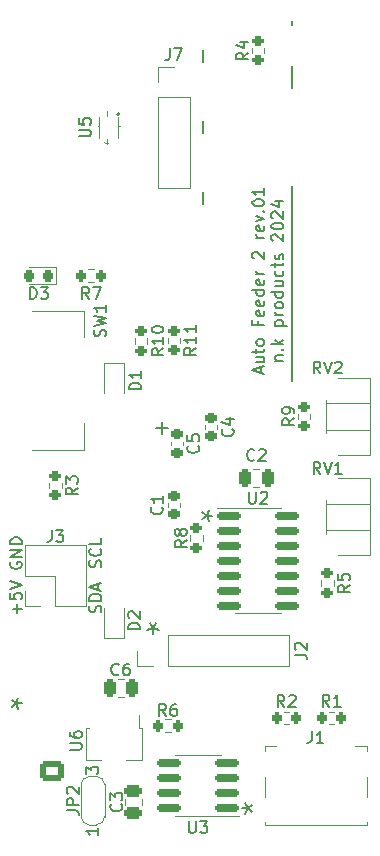
<source format=gto>
G04 #@! TF.GenerationSoftware,KiCad,Pcbnew,(6.0.10-0)*
G04 #@! TF.CreationDate,2024-06-01T19:56:01+09:00*
G04 #@! TF.ProjectId,AutoFeeder_Drum-type,4175746f-4665-4656-9465-725f4472756d,01*
G04 #@! TF.SameCoordinates,Original*
G04 #@! TF.FileFunction,Legend,Top*
G04 #@! TF.FilePolarity,Positive*
%FSLAX46Y46*%
G04 Gerber Fmt 4.6, Leading zero omitted, Abs format (unit mm)*
G04 Created by KiCad (PCBNEW (6.0.10-0)) date 2024-06-01 19:56:01*
%MOMM*%
%LPD*%
G01*
G04 APERTURE LIST*
G04 Aperture macros list*
%AMRoundRect*
0 Rectangle with rounded corners*
0 $1 Rounding radius*
0 $2 $3 $4 $5 $6 $7 $8 $9 X,Y pos of 4 corners*
0 Add a 4 corners polygon primitive as box body*
4,1,4,$2,$3,$4,$5,$6,$7,$8,$9,$2,$3,0*
0 Add four circle primitives for the rounded corners*
1,1,$1+$1,$2,$3*
1,1,$1+$1,$4,$5*
1,1,$1+$1,$6,$7*
1,1,$1+$1,$8,$9*
0 Add four rect primitives between the rounded corners*
20,1,$1+$1,$2,$3,$4,$5,0*
20,1,$1+$1,$4,$5,$6,$7,0*
20,1,$1+$1,$6,$7,$8,$9,0*
20,1,$1+$1,$8,$9,$2,$3,0*%
%AMFreePoly0*
4,1,22,0.550000,-0.750000,0.000000,-0.750000,0.000000,-0.745033,-0.079941,-0.743568,-0.215256,-0.701293,-0.333266,-0.622738,-0.424486,-0.514219,-0.481581,-0.384460,-0.499164,-0.250000,-0.500000,-0.250000,-0.500000,0.250000,-0.499164,0.250000,-0.499963,0.256109,-0.478152,0.396186,-0.417904,0.524511,-0.324060,0.630769,-0.204165,0.706417,-0.067858,0.745374,0.000000,0.744959,0.000000,0.750000,
0.550000,0.750000,0.550000,-0.750000,0.550000,-0.750000,$1*%
%AMFreePoly1*
4,1,20,0.000000,0.744959,0.073905,0.744508,0.209726,0.703889,0.328688,0.626782,0.421226,0.519385,0.479903,0.390333,0.500000,0.250000,0.500000,-0.250000,0.499851,-0.262216,0.476331,-0.402017,0.414519,-0.529596,0.319384,-0.634700,0.198574,-0.708877,0.061801,-0.746166,0.000000,-0.745033,0.000000,-0.750000,-0.550000,-0.750000,-0.550000,0.750000,0.000000,0.750000,0.000000,0.744959,
0.000000,0.744959,$1*%
%AMFreePoly2*
4,1,9,3.862500,-0.866500,0.737500,-0.866500,0.737500,-0.450000,-0.737500,-0.450000,-0.737500,0.450000,0.737500,0.450000,0.737500,0.866500,3.862500,0.866500,3.862500,-0.866500,3.862500,-0.866500,$1*%
G04 Aperture macros list end*
%ADD10C,0.200000*%
%ADD11C,0.150000*%
%ADD12C,0.120000*%
%ADD13C,0.100000*%
%ADD14FreePoly0,90.000000*%
%ADD15R,1.500000X1.000000*%
%ADD16FreePoly1,90.000000*%
%ADD17RoundRect,0.200000X-0.200000X-0.275000X0.200000X-0.275000X0.200000X0.275000X-0.200000X0.275000X0*%
%ADD18RoundRect,0.150000X0.825000X0.150000X-0.825000X0.150000X-0.825000X-0.150000X0.825000X-0.150000X0*%
%ADD19RoundRect,0.200000X-0.275000X0.200000X-0.275000X-0.200000X0.275000X-0.200000X0.275000X0.200000X0*%
%ADD20R,1.700000X1.700000*%
%ADD21O,1.700000X1.700000*%
%ADD22C,3.000000*%
%ADD23O,2.000000X5.000000*%
%ADD24RoundRect,0.225000X0.250000X-0.225000X0.250000X0.225000X-0.250000X0.225000X-0.250000X-0.225000X0*%
%ADD25RoundRect,0.225000X-0.250000X0.225000X-0.250000X-0.225000X0.250000X-0.225000X0.250000X0.225000X0*%
%ADD26RoundRect,0.150000X-0.825000X-0.150000X0.825000X-0.150000X0.825000X0.150000X-0.825000X0.150000X0*%
%ADD27RoundRect,0.250000X0.250000X0.475000X-0.250000X0.475000X-0.250000X-0.475000X0.250000X-0.475000X0*%
%ADD28C,2.700000*%
%ADD29RoundRect,0.200000X0.200000X0.275000X-0.200000X0.275000X-0.200000X-0.275000X0.200000X-0.275000X0*%
%ADD30R,0.900000X1.300000*%
%ADD31FreePoly2,270.000000*%
%ADD32C,1.620000*%
%ADD33RoundRect,0.218750X0.218750X0.256250X-0.218750X0.256250X-0.218750X-0.256250X0.218750X-0.256250X0*%
%ADD34R,0.700000X2.000000*%
%ADD35R,0.760000X2.000000*%
%ADD36R,0.800000X2.000000*%
%ADD37O,1.100000X1.700000*%
%ADD38C,1.100000*%
%ADD39R,1.800000X1.900000*%
%ADD40R,1.700000X1.800000*%
%ADD41R,0.500000X0.500000*%
%ADD42O,4.000000X5.000000*%
%ADD43R,0.400000X0.650000*%
%ADD44RoundRect,0.250000X-0.475000X0.250000X-0.475000X-0.250000X0.475000X-0.250000X0.475000X0.250000X0*%
%ADD45RoundRect,0.250000X-0.750000X0.600000X-0.750000X-0.600000X0.750000X-0.600000X0.750000X0.600000X0*%
%ADD46O,2.000000X1.700000*%
%ADD47C,1.700000*%
G04 APERTURE END LIST*
D10*
X114125238Y-128270000D02*
X113649047Y-128270000D01*
X113839523Y-128746190D02*
X113649047Y-128270000D01*
X113839523Y-127793809D01*
X113268095Y-128555714D02*
X113649047Y-128270000D01*
X113268095Y-127984285D01*
D11*
X125500000Y-105000000D02*
X126500000Y-105000000D01*
X126000000Y-104500000D02*
X126000000Y-105500000D01*
X129500000Y-80000000D02*
X129500000Y-79000000D01*
X137000000Y-74310000D02*
X137000000Y-76200000D01*
X137000000Y-70500000D02*
X137000000Y-70866000D01*
X137000000Y-84500000D02*
X137000000Y-101000000D01*
X129500000Y-74000000D02*
X129500000Y-73000000D01*
X129500000Y-86000000D02*
X129500000Y-85000000D01*
X120803761Y-120594285D02*
X120851380Y-120451428D01*
X120851380Y-120213333D01*
X120803761Y-120118095D01*
X120756142Y-120070476D01*
X120660904Y-120022857D01*
X120565666Y-120022857D01*
X120470428Y-120070476D01*
X120422809Y-120118095D01*
X120375190Y-120213333D01*
X120327571Y-120403809D01*
X120279952Y-120499047D01*
X120232333Y-120546666D01*
X120137095Y-120594285D01*
X120041857Y-120594285D01*
X119946619Y-120546666D01*
X119899000Y-120499047D01*
X119851380Y-120403809D01*
X119851380Y-120165714D01*
X119899000Y-120022857D01*
X120851380Y-119594285D02*
X119851380Y-119594285D01*
X119851380Y-119356190D01*
X119899000Y-119213333D01*
X119994238Y-119118095D01*
X120089476Y-119070476D01*
X120279952Y-119022857D01*
X120422809Y-119022857D01*
X120613285Y-119070476D01*
X120708523Y-119118095D01*
X120803761Y-119213333D01*
X120851380Y-119356190D01*
X120851380Y-119594285D01*
X120565666Y-118641904D02*
X120565666Y-118165714D01*
X120851380Y-118737142D02*
X119851380Y-118403809D01*
X120851380Y-118070476D01*
D10*
X125225000Y-122380238D02*
X125225000Y-121904047D01*
X124748809Y-122094523D02*
X125225000Y-121904047D01*
X125701190Y-122094523D01*
X124939285Y-121523095D02*
X125225000Y-121904047D01*
X125510714Y-121523095D01*
X132765761Y-137160000D02*
X133241952Y-137160000D01*
X133051476Y-136683809D02*
X133241952Y-137160000D01*
X133051476Y-137636190D01*
X133622904Y-136874285D02*
X133241952Y-137160000D01*
X133622904Y-137445714D01*
D11*
X120803761Y-116760476D02*
X120851380Y-116617619D01*
X120851380Y-116379523D01*
X120803761Y-116284285D01*
X120756142Y-116236666D01*
X120660904Y-116189047D01*
X120565666Y-116189047D01*
X120470428Y-116236666D01*
X120422809Y-116284285D01*
X120375190Y-116379523D01*
X120327571Y-116570000D01*
X120279952Y-116665238D01*
X120232333Y-116712857D01*
X120137095Y-116760476D01*
X120041857Y-116760476D01*
X119946619Y-116712857D01*
X119899000Y-116665238D01*
X119851380Y-116570000D01*
X119851380Y-116331904D01*
X119899000Y-116189047D01*
X120756142Y-115189047D02*
X120803761Y-115236666D01*
X120851380Y-115379523D01*
X120851380Y-115474761D01*
X120803761Y-115617619D01*
X120708523Y-115712857D01*
X120613285Y-115760476D01*
X120422809Y-115808095D01*
X120279952Y-115808095D01*
X120089476Y-115760476D01*
X119994238Y-115712857D01*
X119899000Y-115617619D01*
X119851380Y-115474761D01*
X119851380Y-115379523D01*
X119899000Y-115236666D01*
X119946619Y-115189047D01*
X120851380Y-114284285D02*
X120851380Y-114760476D01*
X119851380Y-114760476D01*
X113168000Y-116331904D02*
X113120380Y-116427142D01*
X113120380Y-116570000D01*
X113168000Y-116712857D01*
X113263238Y-116808095D01*
X113358476Y-116855714D01*
X113548952Y-116903333D01*
X113691809Y-116903333D01*
X113882285Y-116855714D01*
X113977523Y-116808095D01*
X114072761Y-116712857D01*
X114120380Y-116570000D01*
X114120380Y-116474761D01*
X114072761Y-116331904D01*
X114025142Y-116284285D01*
X113691809Y-116284285D01*
X113691809Y-116474761D01*
X114120380Y-115855714D02*
X113120380Y-115855714D01*
X114120380Y-115284285D01*
X113120380Y-115284285D01*
X114120380Y-114808095D02*
X113120380Y-114808095D01*
X113120380Y-114570000D01*
X113168000Y-114427142D01*
X113263238Y-114331904D01*
X113358476Y-114284285D01*
X113548952Y-114236666D01*
X113691809Y-114236666D01*
X113882285Y-114284285D01*
X113977523Y-114331904D01*
X114072761Y-114427142D01*
X114120380Y-114570000D01*
X114120380Y-114808095D01*
D10*
X130257238Y-112395000D02*
X129781047Y-112395000D01*
X129971523Y-112871190D02*
X129781047Y-112395000D01*
X129971523Y-111918809D01*
X129400095Y-112680714D02*
X129781047Y-112395000D01*
X129400095Y-112109285D01*
D11*
X113739428Y-120665714D02*
X113739428Y-119903809D01*
X114120380Y-120284761D02*
X113358476Y-120284761D01*
X113120380Y-118951428D02*
X113120380Y-119427619D01*
X113596571Y-119475238D01*
X113548952Y-119427619D01*
X113501333Y-119332380D01*
X113501333Y-119094285D01*
X113548952Y-118999047D01*
X113596571Y-118951428D01*
X113691809Y-118903809D01*
X113929904Y-118903809D01*
X114025142Y-118951428D01*
X114072761Y-118999047D01*
X114120380Y-119094285D01*
X114120380Y-119332380D01*
X114072761Y-119427619D01*
X114025142Y-119475238D01*
X113120380Y-118618095D02*
X114120380Y-118284761D01*
X113120380Y-117951428D01*
X134361666Y-100333333D02*
X134361666Y-99857142D01*
X134647380Y-100428571D02*
X133647380Y-100095238D01*
X134647380Y-99761904D01*
X133980714Y-99000000D02*
X134647380Y-99000000D01*
X133980714Y-99428571D02*
X134504523Y-99428571D01*
X134599761Y-99380952D01*
X134647380Y-99285714D01*
X134647380Y-99142857D01*
X134599761Y-99047619D01*
X134552142Y-99000000D01*
X133980714Y-98666666D02*
X133980714Y-98285714D01*
X133647380Y-98523809D02*
X134504523Y-98523809D01*
X134599761Y-98476190D01*
X134647380Y-98380952D01*
X134647380Y-98285714D01*
X134647380Y-97809523D02*
X134599761Y-97904761D01*
X134552142Y-97952380D01*
X134456904Y-98000000D01*
X134171190Y-98000000D01*
X134075952Y-97952380D01*
X134028333Y-97904761D01*
X133980714Y-97809523D01*
X133980714Y-97666666D01*
X134028333Y-97571428D01*
X134075952Y-97523809D01*
X134171190Y-97476190D01*
X134456904Y-97476190D01*
X134552142Y-97523809D01*
X134599761Y-97571428D01*
X134647380Y-97666666D01*
X134647380Y-97809523D01*
X134123571Y-95952380D02*
X134123571Y-96285714D01*
X134647380Y-96285714D02*
X133647380Y-96285714D01*
X133647380Y-95809523D01*
X134599761Y-95047619D02*
X134647380Y-95142857D01*
X134647380Y-95333333D01*
X134599761Y-95428571D01*
X134504523Y-95476190D01*
X134123571Y-95476190D01*
X134028333Y-95428571D01*
X133980714Y-95333333D01*
X133980714Y-95142857D01*
X134028333Y-95047619D01*
X134123571Y-95000000D01*
X134218809Y-95000000D01*
X134314047Y-95476190D01*
X134599761Y-94190476D02*
X134647380Y-94285714D01*
X134647380Y-94476190D01*
X134599761Y-94571428D01*
X134504523Y-94619047D01*
X134123571Y-94619047D01*
X134028333Y-94571428D01*
X133980714Y-94476190D01*
X133980714Y-94285714D01*
X134028333Y-94190476D01*
X134123571Y-94142857D01*
X134218809Y-94142857D01*
X134314047Y-94619047D01*
X134647380Y-93285714D02*
X133647380Y-93285714D01*
X134599761Y-93285714D02*
X134647380Y-93380952D01*
X134647380Y-93571428D01*
X134599761Y-93666666D01*
X134552142Y-93714285D01*
X134456904Y-93761904D01*
X134171190Y-93761904D01*
X134075952Y-93714285D01*
X134028333Y-93666666D01*
X133980714Y-93571428D01*
X133980714Y-93380952D01*
X134028333Y-93285714D01*
X134599761Y-92428571D02*
X134647380Y-92523809D01*
X134647380Y-92714285D01*
X134599761Y-92809523D01*
X134504523Y-92857142D01*
X134123571Y-92857142D01*
X134028333Y-92809523D01*
X133980714Y-92714285D01*
X133980714Y-92523809D01*
X134028333Y-92428571D01*
X134123571Y-92380952D01*
X134218809Y-92380952D01*
X134314047Y-92857142D01*
X134647380Y-91952380D02*
X133980714Y-91952380D01*
X134171190Y-91952380D02*
X134075952Y-91904761D01*
X134028333Y-91857142D01*
X133980714Y-91761904D01*
X133980714Y-91666666D01*
X133742619Y-90619047D02*
X133695000Y-90571428D01*
X133647380Y-90476190D01*
X133647380Y-90238095D01*
X133695000Y-90142857D01*
X133742619Y-90095238D01*
X133837857Y-90047619D01*
X133933095Y-90047619D01*
X134075952Y-90095238D01*
X134647380Y-90666666D01*
X134647380Y-90047619D01*
X134647380Y-88857142D02*
X133980714Y-88857142D01*
X134171190Y-88857142D02*
X134075952Y-88809523D01*
X134028333Y-88761904D01*
X133980714Y-88666666D01*
X133980714Y-88571428D01*
X134599761Y-87857142D02*
X134647380Y-87952380D01*
X134647380Y-88142857D01*
X134599761Y-88238095D01*
X134504523Y-88285714D01*
X134123571Y-88285714D01*
X134028333Y-88238095D01*
X133980714Y-88142857D01*
X133980714Y-87952380D01*
X134028333Y-87857142D01*
X134123571Y-87809523D01*
X134218809Y-87809523D01*
X134314047Y-88285714D01*
X133980714Y-87476190D02*
X134647380Y-87238095D01*
X133980714Y-87000000D01*
X134552142Y-86619047D02*
X134599761Y-86571428D01*
X134647380Y-86619047D01*
X134599761Y-86666666D01*
X134552142Y-86619047D01*
X134647380Y-86619047D01*
X133647380Y-85952380D02*
X133647380Y-85857142D01*
X133695000Y-85761904D01*
X133742619Y-85714285D01*
X133837857Y-85666666D01*
X134028333Y-85619047D01*
X134266428Y-85619047D01*
X134456904Y-85666666D01*
X134552142Y-85714285D01*
X134599761Y-85761904D01*
X134647380Y-85857142D01*
X134647380Y-85952380D01*
X134599761Y-86047619D01*
X134552142Y-86095238D01*
X134456904Y-86142857D01*
X134266428Y-86190476D01*
X134028333Y-86190476D01*
X133837857Y-86142857D01*
X133742619Y-86095238D01*
X133695000Y-86047619D01*
X133647380Y-85952380D01*
X134647380Y-84666666D02*
X134647380Y-85238095D01*
X134647380Y-84952380D02*
X133647380Y-84952380D01*
X133790238Y-85047619D01*
X133885476Y-85142857D01*
X133933095Y-85238095D01*
X135590714Y-99261904D02*
X136257380Y-99261904D01*
X135685952Y-99261904D02*
X135638333Y-99214285D01*
X135590714Y-99119047D01*
X135590714Y-98976190D01*
X135638333Y-98880952D01*
X135733571Y-98833333D01*
X136257380Y-98833333D01*
X136162142Y-98357142D02*
X136209761Y-98309523D01*
X136257380Y-98357142D01*
X136209761Y-98404761D01*
X136162142Y-98357142D01*
X136257380Y-98357142D01*
X136257380Y-97880952D02*
X135257380Y-97880952D01*
X135876428Y-97785714D02*
X136257380Y-97500000D01*
X135590714Y-97500000D02*
X135971666Y-97880952D01*
X135590714Y-96309523D02*
X136590714Y-96309523D01*
X135638333Y-96309523D02*
X135590714Y-96214285D01*
X135590714Y-96023809D01*
X135638333Y-95928571D01*
X135685952Y-95880952D01*
X135781190Y-95833333D01*
X136066904Y-95833333D01*
X136162142Y-95880952D01*
X136209761Y-95928571D01*
X136257380Y-96023809D01*
X136257380Y-96214285D01*
X136209761Y-96309523D01*
X136257380Y-95404761D02*
X135590714Y-95404761D01*
X135781190Y-95404761D02*
X135685952Y-95357142D01*
X135638333Y-95309523D01*
X135590714Y-95214285D01*
X135590714Y-95119047D01*
X136257380Y-94642857D02*
X136209761Y-94738095D01*
X136162142Y-94785714D01*
X136066904Y-94833333D01*
X135781190Y-94833333D01*
X135685952Y-94785714D01*
X135638333Y-94738095D01*
X135590714Y-94642857D01*
X135590714Y-94500000D01*
X135638333Y-94404761D01*
X135685952Y-94357142D01*
X135781190Y-94309523D01*
X136066904Y-94309523D01*
X136162142Y-94357142D01*
X136209761Y-94404761D01*
X136257380Y-94500000D01*
X136257380Y-94642857D01*
X136257380Y-93452380D02*
X135257380Y-93452380D01*
X136209761Y-93452380D02*
X136257380Y-93547619D01*
X136257380Y-93738095D01*
X136209761Y-93833333D01*
X136162142Y-93880952D01*
X136066904Y-93928571D01*
X135781190Y-93928571D01*
X135685952Y-93880952D01*
X135638333Y-93833333D01*
X135590714Y-93738095D01*
X135590714Y-93547619D01*
X135638333Y-93452380D01*
X135590714Y-92547619D02*
X136257380Y-92547619D01*
X135590714Y-92976190D02*
X136114523Y-92976190D01*
X136209761Y-92928571D01*
X136257380Y-92833333D01*
X136257380Y-92690476D01*
X136209761Y-92595238D01*
X136162142Y-92547619D01*
X136209761Y-91642857D02*
X136257380Y-91738095D01*
X136257380Y-91928571D01*
X136209761Y-92023809D01*
X136162142Y-92071428D01*
X136066904Y-92119047D01*
X135781190Y-92119047D01*
X135685952Y-92071428D01*
X135638333Y-92023809D01*
X135590714Y-91928571D01*
X135590714Y-91738095D01*
X135638333Y-91642857D01*
X135590714Y-91357142D02*
X135590714Y-90976190D01*
X135257380Y-91214285D02*
X136114523Y-91214285D01*
X136209761Y-91166666D01*
X136257380Y-91071428D01*
X136257380Y-90976190D01*
X136209761Y-90690476D02*
X136257380Y-90595238D01*
X136257380Y-90404761D01*
X136209761Y-90309523D01*
X136114523Y-90261904D01*
X136066904Y-90261904D01*
X135971666Y-90309523D01*
X135924047Y-90404761D01*
X135924047Y-90547619D01*
X135876428Y-90642857D01*
X135781190Y-90690476D01*
X135733571Y-90690476D01*
X135638333Y-90642857D01*
X135590714Y-90547619D01*
X135590714Y-90404761D01*
X135638333Y-90309523D01*
X135352619Y-89119047D02*
X135305000Y-89071428D01*
X135257380Y-88976190D01*
X135257380Y-88738095D01*
X135305000Y-88642857D01*
X135352619Y-88595238D01*
X135447857Y-88547619D01*
X135543095Y-88547619D01*
X135685952Y-88595238D01*
X136257380Y-89166666D01*
X136257380Y-88547619D01*
X135257380Y-87928571D02*
X135257380Y-87833333D01*
X135305000Y-87738095D01*
X135352619Y-87690476D01*
X135447857Y-87642857D01*
X135638333Y-87595238D01*
X135876428Y-87595238D01*
X136066904Y-87642857D01*
X136162142Y-87690476D01*
X136209761Y-87738095D01*
X136257380Y-87833333D01*
X136257380Y-87928571D01*
X136209761Y-88023809D01*
X136162142Y-88071428D01*
X136066904Y-88119047D01*
X135876428Y-88166666D01*
X135638333Y-88166666D01*
X135447857Y-88119047D01*
X135352619Y-88071428D01*
X135305000Y-88023809D01*
X135257380Y-87928571D01*
X135352619Y-87214285D02*
X135305000Y-87166666D01*
X135257380Y-87071428D01*
X135257380Y-86833333D01*
X135305000Y-86738095D01*
X135352619Y-86690476D01*
X135447857Y-86642857D01*
X135543095Y-86642857D01*
X135685952Y-86690476D01*
X136257380Y-87261904D01*
X136257380Y-86642857D01*
X135590714Y-85785714D02*
X136257380Y-85785714D01*
X135209761Y-86023809D02*
X135924047Y-86261904D01*
X135924047Y-85642857D01*
X117943380Y-137358333D02*
X118657666Y-137358333D01*
X118800523Y-137405952D01*
X118895761Y-137501190D01*
X118943380Y-137644047D01*
X118943380Y-137739285D01*
X118943380Y-136882142D02*
X117943380Y-136882142D01*
X117943380Y-136501190D01*
X117991000Y-136405952D01*
X118038619Y-136358333D01*
X118133857Y-136310714D01*
X118276714Y-136310714D01*
X118371952Y-136358333D01*
X118419571Y-136405952D01*
X118467190Y-136501190D01*
X118467190Y-136882142D01*
X118038619Y-135929761D02*
X117991000Y-135882142D01*
X117943380Y-135786904D01*
X117943380Y-135548809D01*
X117991000Y-135453571D01*
X118038619Y-135405952D01*
X118133857Y-135358333D01*
X118229095Y-135358333D01*
X118371952Y-135405952D01*
X118943380Y-135977380D01*
X118943380Y-135358333D01*
X119594380Y-134258333D02*
X119594380Y-133639285D01*
X119975333Y-133972619D01*
X119975333Y-133829761D01*
X120022952Y-133734523D01*
X120070571Y-133686904D01*
X120165809Y-133639285D01*
X120403904Y-133639285D01*
X120499142Y-133686904D01*
X120546761Y-133734523D01*
X120594380Y-133829761D01*
X120594380Y-134115476D01*
X120546761Y-134210714D01*
X120499142Y-134258333D01*
X120594380Y-138839285D02*
X120594380Y-139410714D01*
X120594380Y-139125000D02*
X119594380Y-139125000D01*
X119737238Y-139220238D01*
X119832476Y-139315476D01*
X119880095Y-139410714D01*
X119825833Y-94051380D02*
X119492500Y-93575190D01*
X119254404Y-94051380D02*
X119254404Y-93051380D01*
X119635357Y-93051380D01*
X119730595Y-93099000D01*
X119778214Y-93146619D01*
X119825833Y-93241857D01*
X119825833Y-93384714D01*
X119778214Y-93479952D01*
X119730595Y-93527571D01*
X119635357Y-93575190D01*
X119254404Y-93575190D01*
X120159166Y-93051380D02*
X120825833Y-93051380D01*
X120397261Y-94051380D01*
X128273095Y-138263380D02*
X128273095Y-139072904D01*
X128320714Y-139168142D01*
X128368333Y-139215761D01*
X128463571Y-139263380D01*
X128654047Y-139263380D01*
X128749285Y-139215761D01*
X128796904Y-139168142D01*
X128844523Y-139072904D01*
X128844523Y-138263380D01*
X129225476Y-138263380D02*
X129844523Y-138263380D01*
X129511190Y-138644333D01*
X129654047Y-138644333D01*
X129749285Y-138691952D01*
X129796904Y-138739571D01*
X129844523Y-138834809D01*
X129844523Y-139072904D01*
X129796904Y-139168142D01*
X129749285Y-139215761D01*
X129654047Y-139263380D01*
X129368333Y-139263380D01*
X129273095Y-139215761D01*
X129225476Y-139168142D01*
X118852380Y-110021666D02*
X118376190Y-110355000D01*
X118852380Y-110593095D02*
X117852380Y-110593095D01*
X117852380Y-110212142D01*
X117900000Y-110116904D01*
X117947619Y-110069285D01*
X118042857Y-110021666D01*
X118185714Y-110021666D01*
X118280952Y-110069285D01*
X118328571Y-110116904D01*
X118376190Y-110212142D01*
X118376190Y-110593095D01*
X117852380Y-109688333D02*
X117852380Y-109069285D01*
X118233333Y-109402619D01*
X118233333Y-109259761D01*
X118280952Y-109164523D01*
X118328571Y-109116904D01*
X118423809Y-109069285D01*
X118661904Y-109069285D01*
X118757142Y-109116904D01*
X118804761Y-109164523D01*
X118852380Y-109259761D01*
X118852380Y-109545476D01*
X118804761Y-109640714D01*
X118757142Y-109688333D01*
X141882380Y-118266666D02*
X141406190Y-118600000D01*
X141882380Y-118838095D02*
X140882380Y-118838095D01*
X140882380Y-118457142D01*
X140930000Y-118361904D01*
X140977619Y-118314285D01*
X141072857Y-118266666D01*
X141215714Y-118266666D01*
X141310952Y-118314285D01*
X141358571Y-118361904D01*
X141406190Y-118457142D01*
X141406190Y-118838095D01*
X140882380Y-117361904D02*
X140882380Y-117838095D01*
X141358571Y-117885714D01*
X141310952Y-117838095D01*
X141263333Y-117742857D01*
X141263333Y-117504761D01*
X141310952Y-117409523D01*
X141358571Y-117361904D01*
X141453809Y-117314285D01*
X141691904Y-117314285D01*
X141787142Y-117361904D01*
X141834761Y-117409523D01*
X141882380Y-117504761D01*
X141882380Y-117742857D01*
X141834761Y-117838095D01*
X141787142Y-117885714D01*
X116641666Y-113625380D02*
X116641666Y-114339666D01*
X116594047Y-114482523D01*
X116498809Y-114577761D01*
X116355952Y-114625380D01*
X116260714Y-114625380D01*
X117022619Y-113625380D02*
X117641666Y-113625380D01*
X117308333Y-114006333D01*
X117451190Y-114006333D01*
X117546428Y-114053952D01*
X117594047Y-114101571D01*
X117641666Y-114196809D01*
X117641666Y-114434904D01*
X117594047Y-114530142D01*
X117546428Y-114577761D01*
X117451190Y-114625380D01*
X117165476Y-114625380D01*
X117070238Y-114577761D01*
X117022619Y-114530142D01*
X125960142Y-111672666D02*
X126007761Y-111720285D01*
X126055380Y-111863142D01*
X126055380Y-111958380D01*
X126007761Y-112101238D01*
X125912523Y-112196476D01*
X125817285Y-112244095D01*
X125626809Y-112291714D01*
X125483952Y-112291714D01*
X125293476Y-112244095D01*
X125198238Y-112196476D01*
X125103000Y-112101238D01*
X125055380Y-111958380D01*
X125055380Y-111863142D01*
X125103000Y-111720285D01*
X125150619Y-111672666D01*
X126055380Y-110720285D02*
X126055380Y-111291714D01*
X126055380Y-111006000D02*
X125055380Y-111006000D01*
X125198238Y-111101238D01*
X125293476Y-111196476D01*
X125341095Y-111291714D01*
X129041142Y-106465666D02*
X129088761Y-106513285D01*
X129136380Y-106656142D01*
X129136380Y-106751380D01*
X129088761Y-106894238D01*
X128993523Y-106989476D01*
X128898285Y-107037095D01*
X128707809Y-107084714D01*
X128564952Y-107084714D01*
X128374476Y-107037095D01*
X128279238Y-106989476D01*
X128184000Y-106894238D01*
X128136380Y-106751380D01*
X128136380Y-106656142D01*
X128184000Y-106513285D01*
X128231619Y-106465666D01*
X128136380Y-105560904D02*
X128136380Y-106037095D01*
X128612571Y-106084714D01*
X128564952Y-106037095D01*
X128517333Y-105941857D01*
X128517333Y-105703761D01*
X128564952Y-105608523D01*
X128612571Y-105560904D01*
X128707809Y-105513285D01*
X128945904Y-105513285D01*
X129041142Y-105560904D01*
X129088761Y-105608523D01*
X129136380Y-105703761D01*
X129136380Y-105941857D01*
X129088761Y-106037095D01*
X129041142Y-106084714D01*
X137247380Y-124158333D02*
X137961666Y-124158333D01*
X138104523Y-124205952D01*
X138199761Y-124301190D01*
X138247380Y-124444047D01*
X138247380Y-124539285D01*
X137342619Y-123729761D02*
X137295000Y-123682142D01*
X137247380Y-123586904D01*
X137247380Y-123348809D01*
X137295000Y-123253571D01*
X137342619Y-123205952D01*
X137437857Y-123158333D01*
X137533095Y-123158333D01*
X137675952Y-123205952D01*
X138247380Y-123777380D01*
X138247380Y-123158333D01*
X133353095Y-110377380D02*
X133353095Y-111186904D01*
X133400714Y-111282142D01*
X133448333Y-111329761D01*
X133543571Y-111377380D01*
X133734047Y-111377380D01*
X133829285Y-111329761D01*
X133876904Y-111282142D01*
X133924523Y-111186904D01*
X133924523Y-110377380D01*
X134353095Y-110472619D02*
X134400714Y-110425000D01*
X134495952Y-110377380D01*
X134734047Y-110377380D01*
X134829285Y-110425000D01*
X134876904Y-110472619D01*
X134924523Y-110567857D01*
X134924523Y-110663095D01*
X134876904Y-110805952D01*
X134305476Y-111377380D01*
X134924523Y-111377380D01*
X133818333Y-107672142D02*
X133770714Y-107719761D01*
X133627857Y-107767380D01*
X133532619Y-107767380D01*
X133389761Y-107719761D01*
X133294523Y-107624523D01*
X133246904Y-107529285D01*
X133199285Y-107338809D01*
X133199285Y-107195952D01*
X133246904Y-107005476D01*
X133294523Y-106910238D01*
X133389761Y-106815000D01*
X133532619Y-106767380D01*
X133627857Y-106767380D01*
X133770714Y-106815000D01*
X133818333Y-106862619D01*
X134199285Y-106862619D02*
X134246904Y-106815000D01*
X134342142Y-106767380D01*
X134580238Y-106767380D01*
X134675476Y-106815000D01*
X134723095Y-106862619D01*
X134770714Y-106957857D01*
X134770714Y-107053095D01*
X134723095Y-107195952D01*
X134151666Y-107767380D01*
X134770714Y-107767380D01*
X128882380Y-98195599D02*
X128406190Y-98528932D01*
X128882380Y-98767027D02*
X127882380Y-98767027D01*
X127882380Y-98386075D01*
X127930000Y-98290837D01*
X127977619Y-98243218D01*
X128072857Y-98195599D01*
X128215714Y-98195599D01*
X128310952Y-98243218D01*
X128358571Y-98290837D01*
X128406190Y-98386075D01*
X128406190Y-98767027D01*
X128882380Y-97243218D02*
X128882380Y-97814646D01*
X128882380Y-97528932D02*
X127882380Y-97528932D01*
X128025238Y-97624170D01*
X128120476Y-97719408D01*
X128168095Y-97814646D01*
X128882380Y-96290837D02*
X128882380Y-96862265D01*
X128882380Y-96576551D02*
X127882380Y-96576551D01*
X128025238Y-96671789D01*
X128120476Y-96767027D01*
X128168095Y-96862265D01*
X133297380Y-73191666D02*
X132821190Y-73525000D01*
X133297380Y-73763095D02*
X132297380Y-73763095D01*
X132297380Y-73382142D01*
X132345000Y-73286904D01*
X132392619Y-73239285D01*
X132487857Y-73191666D01*
X132630714Y-73191666D01*
X132725952Y-73239285D01*
X132773571Y-73286904D01*
X132821190Y-73382142D01*
X132821190Y-73763095D01*
X132630714Y-72334523D02*
X133297380Y-72334523D01*
X132249761Y-72572619D02*
X132964047Y-72810714D01*
X132964047Y-72191666D01*
X136358333Y-128595380D02*
X136025000Y-128119190D01*
X135786904Y-128595380D02*
X135786904Y-127595380D01*
X136167857Y-127595380D01*
X136263095Y-127643000D01*
X136310714Y-127690619D01*
X136358333Y-127785857D01*
X136358333Y-127928714D01*
X136310714Y-128023952D01*
X136263095Y-128071571D01*
X136167857Y-128119190D01*
X135786904Y-128119190D01*
X136739285Y-127690619D02*
X136786904Y-127643000D01*
X136882142Y-127595380D01*
X137120238Y-127595380D01*
X137215476Y-127643000D01*
X137263095Y-127690619D01*
X137310714Y-127785857D01*
X137310714Y-127881095D01*
X137263095Y-128023952D01*
X136691666Y-128595380D01*
X137310714Y-128595380D01*
X126325333Y-129357380D02*
X125992000Y-128881190D01*
X125753904Y-129357380D02*
X125753904Y-128357380D01*
X126134857Y-128357380D01*
X126230095Y-128405000D01*
X126277714Y-128452619D01*
X126325333Y-128547857D01*
X126325333Y-128690714D01*
X126277714Y-128785952D01*
X126230095Y-128833571D01*
X126134857Y-128881190D01*
X125753904Y-128881190D01*
X127182476Y-128357380D02*
X126992000Y-128357380D01*
X126896761Y-128405000D01*
X126849142Y-128452619D01*
X126753904Y-128595476D01*
X126706285Y-128785952D01*
X126706285Y-129166904D01*
X126753904Y-129262142D01*
X126801523Y-129309761D01*
X126896761Y-129357380D01*
X127087238Y-129357380D01*
X127182476Y-129309761D01*
X127230095Y-129262142D01*
X127277714Y-129166904D01*
X127277714Y-128928809D01*
X127230095Y-128833571D01*
X127182476Y-128785952D01*
X127087238Y-128738333D01*
X126896761Y-128738333D01*
X126801523Y-128785952D01*
X126753904Y-128833571D01*
X126706285Y-128928809D01*
X118197380Y-132206904D02*
X119006904Y-132206904D01*
X119102142Y-132159285D01*
X119149761Y-132111666D01*
X119197380Y-132016428D01*
X119197380Y-131825952D01*
X119149761Y-131730714D01*
X119102142Y-131683095D01*
X119006904Y-131635476D01*
X118197380Y-131635476D01*
X118197380Y-130730714D02*
X118197380Y-130921190D01*
X118245000Y-131016428D01*
X118292619Y-131064047D01*
X118435476Y-131159285D01*
X118625952Y-131206904D01*
X119006904Y-131206904D01*
X119102142Y-131159285D01*
X119149761Y-131111666D01*
X119197380Y-131016428D01*
X119197380Y-130825952D01*
X119149761Y-130730714D01*
X119102142Y-130683095D01*
X119006904Y-130635476D01*
X118768809Y-130635476D01*
X118673571Y-130683095D01*
X118625952Y-130730714D01*
X118578333Y-130825952D01*
X118578333Y-131016428D01*
X118625952Y-131111666D01*
X118673571Y-131159285D01*
X118768809Y-131206904D01*
X139404761Y-100352380D02*
X139071428Y-99876190D01*
X138833333Y-100352380D02*
X138833333Y-99352380D01*
X139214285Y-99352380D01*
X139309523Y-99400000D01*
X139357142Y-99447619D01*
X139404761Y-99542857D01*
X139404761Y-99685714D01*
X139357142Y-99780952D01*
X139309523Y-99828571D01*
X139214285Y-99876190D01*
X138833333Y-99876190D01*
X139690476Y-99352380D02*
X140023809Y-100352380D01*
X140357142Y-99352380D01*
X140642857Y-99447619D02*
X140690476Y-99400000D01*
X140785714Y-99352380D01*
X141023809Y-99352380D01*
X141119047Y-99400000D01*
X141166666Y-99447619D01*
X141214285Y-99542857D01*
X141214285Y-99638095D01*
X141166666Y-99780952D01*
X140595238Y-100352380D01*
X141214285Y-100352380D01*
X114809404Y-94051380D02*
X114809404Y-93051380D01*
X115047500Y-93051380D01*
X115190357Y-93099000D01*
X115285595Y-93194238D01*
X115333214Y-93289476D01*
X115380833Y-93479952D01*
X115380833Y-93622809D01*
X115333214Y-93813285D01*
X115285595Y-93908523D01*
X115190357Y-94003761D01*
X115047500Y-94051380D01*
X114809404Y-94051380D01*
X115714166Y-93051380D02*
X116333214Y-93051380D01*
X115999880Y-93432333D01*
X116142738Y-93432333D01*
X116237976Y-93479952D01*
X116285595Y-93527571D01*
X116333214Y-93622809D01*
X116333214Y-93860904D01*
X116285595Y-93956142D01*
X116237976Y-94003761D01*
X116142738Y-94051380D01*
X115857023Y-94051380D01*
X115761785Y-94003761D01*
X115714166Y-93956142D01*
X138666666Y-130643380D02*
X138666666Y-131357666D01*
X138619047Y-131500523D01*
X138523809Y-131595761D01*
X138380952Y-131643380D01*
X138285714Y-131643380D01*
X139666666Y-131643380D02*
X139095238Y-131643380D01*
X139380952Y-131643380D02*
X139380952Y-130643380D01*
X139285714Y-130786238D01*
X139190476Y-130881476D01*
X139095238Y-130929095D01*
X140168333Y-128562380D02*
X139835000Y-128086190D01*
X139596904Y-128562380D02*
X139596904Y-127562380D01*
X139977857Y-127562380D01*
X140073095Y-127610000D01*
X140120714Y-127657619D01*
X140168333Y-127752857D01*
X140168333Y-127895714D01*
X140120714Y-127990952D01*
X140073095Y-128038571D01*
X139977857Y-128086190D01*
X139596904Y-128086190D01*
X141120714Y-128562380D02*
X140549285Y-128562380D01*
X140835000Y-128562380D02*
X140835000Y-127562380D01*
X140739761Y-127705238D01*
X140644523Y-127800476D01*
X140549285Y-127848095D01*
X139404761Y-108852380D02*
X139071428Y-108376190D01*
X138833333Y-108852380D02*
X138833333Y-107852380D01*
X139214285Y-107852380D01*
X139309523Y-107900000D01*
X139357142Y-107947619D01*
X139404761Y-108042857D01*
X139404761Y-108185714D01*
X139357142Y-108280952D01*
X139309523Y-108328571D01*
X139214285Y-108376190D01*
X138833333Y-108376190D01*
X139690476Y-107852380D02*
X140023809Y-108852380D01*
X140357142Y-107852380D01*
X141214285Y-108852380D02*
X140642857Y-108852380D01*
X140928571Y-108852380D02*
X140928571Y-107852380D01*
X140833333Y-107995238D01*
X140738095Y-108090476D01*
X140642857Y-108138095D01*
X121184761Y-97218333D02*
X121232380Y-97075476D01*
X121232380Y-96837380D01*
X121184761Y-96742142D01*
X121137142Y-96694523D01*
X121041904Y-96646904D01*
X120946666Y-96646904D01*
X120851428Y-96694523D01*
X120803809Y-96742142D01*
X120756190Y-96837380D01*
X120708571Y-97027857D01*
X120660952Y-97123095D01*
X120613333Y-97170714D01*
X120518095Y-97218333D01*
X120422857Y-97218333D01*
X120327619Y-97170714D01*
X120280000Y-97123095D01*
X120232380Y-97027857D01*
X120232380Y-96789761D01*
X120280000Y-96646904D01*
X120232380Y-96313571D02*
X121232380Y-96075476D01*
X120518095Y-95885000D01*
X121232380Y-95694523D01*
X120232380Y-95456428D01*
X121232380Y-94551666D02*
X121232380Y-95123095D01*
X121232380Y-94837380D02*
X120232380Y-94837380D01*
X120375238Y-94932619D01*
X120470476Y-95027857D01*
X120518095Y-95123095D01*
X137182380Y-104166666D02*
X136706190Y-104500000D01*
X137182380Y-104738095D02*
X136182380Y-104738095D01*
X136182380Y-104357142D01*
X136230000Y-104261904D01*
X136277619Y-104214285D01*
X136372857Y-104166666D01*
X136515714Y-104166666D01*
X136610952Y-104214285D01*
X136658571Y-104261904D01*
X136706190Y-104357142D01*
X136706190Y-104738095D01*
X137182380Y-103690476D02*
X137182380Y-103500000D01*
X137134761Y-103404761D01*
X137087142Y-103357142D01*
X136944285Y-103261904D01*
X136753809Y-103214285D01*
X136372857Y-103214285D01*
X136277619Y-103261904D01*
X136230000Y-103309523D01*
X136182380Y-103404761D01*
X136182380Y-103595238D01*
X136230000Y-103690476D01*
X136277619Y-103738095D01*
X136372857Y-103785714D01*
X136610952Y-103785714D01*
X136706190Y-103738095D01*
X136753809Y-103690476D01*
X136801428Y-103595238D01*
X136801428Y-103404761D01*
X136753809Y-103309523D01*
X136706190Y-103261904D01*
X136610952Y-103214285D01*
X128087380Y-114466666D02*
X127611190Y-114800000D01*
X128087380Y-115038095D02*
X127087380Y-115038095D01*
X127087380Y-114657142D01*
X127135000Y-114561904D01*
X127182619Y-114514285D01*
X127277857Y-114466666D01*
X127420714Y-114466666D01*
X127515952Y-114514285D01*
X127563571Y-114561904D01*
X127611190Y-114657142D01*
X127611190Y-115038095D01*
X127515952Y-113895238D02*
X127468333Y-113990476D01*
X127420714Y-114038095D01*
X127325476Y-114085714D01*
X127277857Y-114085714D01*
X127182619Y-114038095D01*
X127135000Y-113990476D01*
X127087380Y-113895238D01*
X127087380Y-113704761D01*
X127135000Y-113609523D01*
X127182619Y-113561904D01*
X127277857Y-113514285D01*
X127325476Y-113514285D01*
X127420714Y-113561904D01*
X127468333Y-113609523D01*
X127515952Y-113704761D01*
X127515952Y-113895238D01*
X127563571Y-113990476D01*
X127611190Y-114038095D01*
X127706428Y-114085714D01*
X127896904Y-114085714D01*
X127992142Y-114038095D01*
X128039761Y-113990476D01*
X128087380Y-113895238D01*
X128087380Y-113704761D01*
X128039761Y-113609523D01*
X127992142Y-113561904D01*
X127896904Y-113514285D01*
X127706428Y-113514285D01*
X127611190Y-113561904D01*
X127563571Y-113609523D01*
X127515952Y-113704761D01*
X124132380Y-122023095D02*
X123132380Y-122023095D01*
X123132380Y-121785000D01*
X123180000Y-121642142D01*
X123275238Y-121546904D01*
X123370476Y-121499285D01*
X123560952Y-121451666D01*
X123703809Y-121451666D01*
X123894285Y-121499285D01*
X123989523Y-121546904D01*
X124084761Y-121642142D01*
X124132380Y-121785000D01*
X124132380Y-122023095D01*
X123227619Y-121070714D02*
X123180000Y-121023095D01*
X123132380Y-120927857D01*
X123132380Y-120689761D01*
X123180000Y-120594523D01*
X123227619Y-120546904D01*
X123322857Y-120499285D01*
X123418095Y-120499285D01*
X123560952Y-120546904D01*
X124132380Y-121118333D01*
X124132380Y-120499285D01*
X131962142Y-105068666D02*
X132009761Y-105116285D01*
X132057380Y-105259142D01*
X132057380Y-105354380D01*
X132009761Y-105497238D01*
X131914523Y-105592476D01*
X131819285Y-105640095D01*
X131628809Y-105687714D01*
X131485952Y-105687714D01*
X131295476Y-105640095D01*
X131200238Y-105592476D01*
X131105000Y-105497238D01*
X131057380Y-105354380D01*
X131057380Y-105259142D01*
X131105000Y-105116285D01*
X131152619Y-105068666D01*
X131390714Y-104211523D02*
X132057380Y-104211523D01*
X131009761Y-104449619D02*
X131724047Y-104687714D01*
X131724047Y-104068666D01*
X126119880Y-98242857D02*
X125643690Y-98576190D01*
X126119880Y-98814285D02*
X125119880Y-98814285D01*
X125119880Y-98433333D01*
X125167500Y-98338095D01*
X125215119Y-98290476D01*
X125310357Y-98242857D01*
X125453214Y-98242857D01*
X125548452Y-98290476D01*
X125596071Y-98338095D01*
X125643690Y-98433333D01*
X125643690Y-98814285D01*
X126119880Y-97290476D02*
X126119880Y-97861904D01*
X126119880Y-97576190D02*
X125119880Y-97576190D01*
X125262738Y-97671428D01*
X125357976Y-97766666D01*
X125405595Y-97861904D01*
X125119880Y-96671428D02*
X125119880Y-96576190D01*
X125167500Y-96480952D01*
X125215119Y-96433333D01*
X125310357Y-96385714D01*
X125500833Y-96338095D01*
X125738928Y-96338095D01*
X125929404Y-96385714D01*
X126024642Y-96433333D01*
X126072261Y-96480952D01*
X126119880Y-96576190D01*
X126119880Y-96671428D01*
X126072261Y-96766666D01*
X126024642Y-96814285D01*
X125929404Y-96861904D01*
X125738928Y-96909523D01*
X125500833Y-96909523D01*
X125310357Y-96861904D01*
X125215119Y-96814285D01*
X125167500Y-96766666D01*
X125119880Y-96671428D01*
X126666666Y-72839780D02*
X126666666Y-73554066D01*
X126619047Y-73696923D01*
X126523809Y-73792161D01*
X126380952Y-73839780D01*
X126285714Y-73839780D01*
X127047619Y-72839780D02*
X127714285Y-72839780D01*
X127285714Y-73839780D01*
X122333333Y-125833142D02*
X122285714Y-125880761D01*
X122142857Y-125928380D01*
X122047619Y-125928380D01*
X121904761Y-125880761D01*
X121809523Y-125785523D01*
X121761904Y-125690285D01*
X121714285Y-125499809D01*
X121714285Y-125356952D01*
X121761904Y-125166476D01*
X121809523Y-125071238D01*
X121904761Y-124976000D01*
X122047619Y-124928380D01*
X122142857Y-124928380D01*
X122285714Y-124976000D01*
X122333333Y-125023619D01*
X123190476Y-124928380D02*
X123000000Y-124928380D01*
X122904761Y-124976000D01*
X122857142Y-125023619D01*
X122761904Y-125166476D01*
X122714285Y-125356952D01*
X122714285Y-125737904D01*
X122761904Y-125833142D01*
X122809523Y-125880761D01*
X122904761Y-125928380D01*
X123095238Y-125928380D01*
X123190476Y-125880761D01*
X123238095Y-125833142D01*
X123285714Y-125737904D01*
X123285714Y-125499809D01*
X123238095Y-125404571D01*
X123190476Y-125356952D01*
X123095238Y-125309333D01*
X122904761Y-125309333D01*
X122809523Y-125356952D01*
X122761904Y-125404571D01*
X122714285Y-125499809D01*
X124222380Y-101703095D02*
X123222380Y-101703095D01*
X123222380Y-101465000D01*
X123270000Y-101322142D01*
X123365238Y-101226904D01*
X123460476Y-101179285D01*
X123650952Y-101131666D01*
X123793809Y-101131666D01*
X123984285Y-101179285D01*
X124079523Y-101226904D01*
X124174761Y-101322142D01*
X124222380Y-101465000D01*
X124222380Y-101703095D01*
X124222380Y-100179285D02*
X124222380Y-100750714D01*
X124222380Y-100465000D02*
X123222380Y-100465000D01*
X123365238Y-100560238D01*
X123460476Y-100655476D01*
X123508095Y-100750714D01*
X118952380Y-80289304D02*
X119761904Y-80289304D01*
X119857142Y-80241685D01*
X119904761Y-80194066D01*
X119952380Y-80098828D01*
X119952380Y-79908352D01*
X119904761Y-79813114D01*
X119857142Y-79765495D01*
X119761904Y-79717876D01*
X118952380Y-79717876D01*
X118952380Y-78765495D02*
X118952380Y-79241685D01*
X119428571Y-79289304D01*
X119380952Y-79241685D01*
X119333333Y-79146447D01*
X119333333Y-78908352D01*
X119380952Y-78813114D01*
X119428571Y-78765495D01*
X119523809Y-78717876D01*
X119761904Y-78717876D01*
X119857142Y-78765495D01*
X119904761Y-78813114D01*
X119952380Y-78908352D01*
X119952380Y-79146447D01*
X119904761Y-79241685D01*
X119857142Y-79289304D01*
X122531142Y-136818666D02*
X122578761Y-136866285D01*
X122626380Y-137009142D01*
X122626380Y-137104380D01*
X122578761Y-137247238D01*
X122483523Y-137342476D01*
X122388285Y-137390095D01*
X122197809Y-137437714D01*
X122054952Y-137437714D01*
X121864476Y-137390095D01*
X121769238Y-137342476D01*
X121674000Y-137247238D01*
X121626380Y-137104380D01*
X121626380Y-137009142D01*
X121674000Y-136866285D01*
X121721619Y-136818666D01*
X121626380Y-136485333D02*
X121626380Y-135866285D01*
X122007333Y-136199619D01*
X122007333Y-136056761D01*
X122054952Y-135961523D01*
X122102571Y-135913904D01*
X122197809Y-135866285D01*
X122435904Y-135866285D01*
X122531142Y-135913904D01*
X122578761Y-135961523D01*
X122626380Y-136056761D01*
X122626380Y-136342476D01*
X122578761Y-136437714D01*
X122531142Y-136485333D01*
D12*
X120442000Y-138575000D02*
X119842000Y-138575000D01*
X121142000Y-135125000D02*
X121142000Y-137925000D01*
X119142000Y-137925000D02*
X119142000Y-135125000D01*
X119842000Y-134475000D02*
X120442000Y-134475000D01*
X119142000Y-137875000D02*
G75*
G03*
X119842000Y-138575000I699999J-1D01*
G01*
X120442000Y-138575000D02*
G75*
G03*
X121142000Y-137875000I1J699999D01*
G01*
X121142000Y-135175000D02*
G75*
G03*
X120442000Y-134475000I-700000J0D01*
G01*
X119842000Y-134475000D02*
G75*
G03*
X119142000Y-135175000I0J-700000D01*
G01*
X119755242Y-91552500D02*
X120229758Y-91552500D01*
X119755242Y-92597500D02*
X120229758Y-92597500D01*
X129035000Y-132695000D02*
X130985000Y-132695000D01*
X129035000Y-137815000D02*
X132485000Y-137815000D01*
X129035000Y-132695000D02*
X127085000Y-132695000D01*
X129035000Y-137815000D02*
X127085000Y-137815000D01*
X116447500Y-109617742D02*
X116447500Y-110092258D01*
X117492500Y-109617742D02*
X117492500Y-110092258D01*
X139477500Y-117862742D02*
X139477500Y-118337258D01*
X140522500Y-117862742D02*
X140522500Y-118337258D01*
X116970000Y-120075000D02*
X119570000Y-120075000D01*
X116970000Y-117475000D02*
X114370000Y-117475000D01*
X119570000Y-120075000D02*
X119570000Y-114875000D01*
X114370000Y-120075000D02*
X114370000Y-118745000D01*
X114370000Y-117475000D02*
X114370000Y-114875000D01*
X114370000Y-114875000D02*
X119570000Y-114875000D01*
X116970000Y-120075000D02*
X116970000Y-117475000D01*
X115700000Y-120075000D02*
X114370000Y-120075000D01*
X127510000Y-111646580D02*
X127510000Y-111365420D01*
X126490000Y-111646580D02*
X126490000Y-111365420D01*
X126744000Y-106158420D02*
X126744000Y-106439580D01*
X127764000Y-106158420D02*
X127764000Y-106439580D01*
X136715000Y-125155000D02*
X136715000Y-122495000D01*
X126495000Y-125155000D02*
X126495000Y-122495000D01*
X126495000Y-125155000D02*
X136715000Y-125155000D01*
X125225000Y-125155000D02*
X123895000Y-125155000D01*
X126495000Y-122495000D02*
X136715000Y-122495000D01*
X123895000Y-125155000D02*
X123895000Y-123825000D01*
X134115000Y-111770000D02*
X136065000Y-111770000D01*
X134115000Y-120640000D02*
X136065000Y-120640000D01*
X134115000Y-111770000D02*
X130665000Y-111770000D01*
X134115000Y-120640000D02*
X132165000Y-120640000D01*
X134246252Y-109955000D02*
X133723748Y-109955000D01*
X134246252Y-108485000D02*
X133723748Y-108485000D01*
X126477500Y-97315484D02*
X126477500Y-97790000D01*
X127522500Y-97315484D02*
X127522500Y-97790000D01*
X134637500Y-72787742D02*
X134637500Y-73262258D01*
X133592500Y-72787742D02*
X133592500Y-73262258D01*
X136762258Y-130062500D02*
X136287742Y-130062500D01*
X136762258Y-129017500D02*
X136287742Y-129017500D01*
X126254742Y-129652500D02*
X126729258Y-129652500D01*
X126254742Y-130697500D02*
X126729258Y-130697500D01*
X120870000Y-133105000D02*
X119560000Y-133105000D01*
X119560000Y-130385000D02*
X119790000Y-130385000D01*
X124280000Y-130385000D02*
X124050000Y-130385000D01*
X119560000Y-133105000D02*
X119560000Y-130385000D01*
X124280000Y-130385000D02*
X124280000Y-133105000D01*
X124050000Y-129245000D02*
X124050000Y-130385000D01*
X124280000Y-133105000D02*
X122970000Y-133105000D01*
X140925000Y-107270000D02*
X143620000Y-107270000D01*
X139879000Y-105120000D02*
X143620000Y-105120000D01*
X143620000Y-102880000D02*
X143620000Y-105120000D01*
X139879000Y-102566000D02*
X139879000Y-105435000D01*
X139879000Y-102880000D02*
X143620000Y-102880000D01*
X143620000Y-100730000D02*
X143620000Y-107270000D01*
X140925000Y-100730000D02*
X143620000Y-100730000D01*
X139879000Y-102880000D02*
X139879000Y-105120000D01*
X117032500Y-91340000D02*
X114747500Y-91340000D01*
X114747500Y-92810000D02*
X117032500Y-92810000D01*
X117032500Y-92810000D02*
X117032500Y-91340000D01*
X134680000Y-134525500D02*
X134680000Y-136225500D01*
X143320000Y-138325500D02*
X143320000Y-138555500D01*
X134680000Y-131925500D02*
X134680000Y-132325500D01*
X134680000Y-131925500D02*
X135680000Y-131925500D01*
X142320000Y-131925500D02*
X143320000Y-131925500D01*
X143320000Y-131925500D02*
X143320000Y-132325500D01*
X134680000Y-138325500D02*
X134680000Y-138555500D01*
X134680000Y-138555500D02*
X143320000Y-138555500D01*
X143320000Y-134525500D02*
X143320000Y-136225500D01*
X140097742Y-129017500D02*
X140572258Y-129017500D01*
X140097742Y-130062500D02*
X140572258Y-130062500D01*
X140925000Y-109230000D02*
X143620000Y-109230000D01*
X139879000Y-111380000D02*
X143620000Y-111380000D01*
X140925000Y-115770000D02*
X143620000Y-115770000D01*
X143620000Y-109230000D02*
X143620000Y-115770000D01*
X143620000Y-111380000D02*
X143620000Y-113620000D01*
X139879000Y-111380000D02*
X139879000Y-113620000D01*
X139879000Y-113620000D02*
X143620000Y-113620000D01*
X139879000Y-111066000D02*
X139879000Y-113935000D01*
X119419000Y-97265000D02*
X119419000Y-95065000D01*
X119419000Y-106865000D02*
X115019000Y-106865000D01*
X119419000Y-104565000D02*
X119419000Y-106865000D01*
X119419000Y-95065000D02*
X115019000Y-95065000D01*
X138522500Y-103762742D02*
X138522500Y-104237258D01*
X137477500Y-103762742D02*
X137477500Y-104237258D01*
X129427500Y-114062742D02*
X129427500Y-114537258D01*
X128382500Y-114062742D02*
X128382500Y-114537258D01*
X121070000Y-122785000D02*
X121070000Y-120235000D01*
X121070000Y-122785000D02*
X122770000Y-122785000D01*
X122770000Y-122785000D02*
X122770000Y-120235000D01*
X130685000Y-104761420D02*
X130685000Y-105042580D01*
X129665000Y-104761420D02*
X129665000Y-105042580D01*
X124760000Y-97362742D02*
X124760000Y-97837258D01*
X123715000Y-97362742D02*
X123715000Y-97837258D01*
X128330000Y-76987400D02*
X128330000Y-84667400D01*
X125670000Y-74387400D02*
X127000000Y-74387400D01*
X125670000Y-76987400D02*
X128330000Y-76987400D01*
X125670000Y-75717400D02*
X125670000Y-74387400D01*
X125670000Y-84667400D02*
X128330000Y-84667400D01*
X125670000Y-76987400D02*
X125670000Y-84667400D01*
X122761252Y-126265000D02*
X122238748Y-126265000D01*
X122761252Y-127735000D02*
X122238748Y-127735000D01*
X122770000Y-99465000D02*
X121070000Y-99465000D01*
X121070000Y-99465000D02*
X121070000Y-102015000D01*
X122770000Y-99465000D02*
X122770000Y-102015000D01*
D13*
X122300000Y-79427400D02*
X122400000Y-79427400D01*
X120700000Y-79427400D02*
X120600000Y-79427400D01*
X120700000Y-80427400D02*
X120700000Y-78627400D01*
X121300000Y-78527400D02*
X121300000Y-78127400D01*
X121300000Y-80927400D02*
X121100000Y-80727400D01*
X122300000Y-80427400D02*
X122300000Y-78627400D01*
X121300000Y-80927400D02*
X121500000Y-80727400D01*
X121300000Y-80527400D02*
X121300000Y-80927400D01*
D10*
X122400000Y-78427400D02*
G75*
G03*
X122400000Y-78427400I-100000J0D01*
G01*
D12*
X122836000Y-136390748D02*
X122836000Y-136913252D01*
X124306000Y-136390748D02*
X124306000Y-136913252D01*
%LPC*%
D14*
X120142000Y-137825000D03*
D15*
X120142000Y-136525000D03*
D16*
X120142000Y-135225000D03*
D17*
X119167500Y-92075000D03*
X120817500Y-92075000D03*
D18*
X131510000Y-137160000D03*
X131510000Y-135890000D03*
X131510000Y-134620000D03*
X131510000Y-133350000D03*
X126560000Y-133350000D03*
X126560000Y-134620000D03*
X126560000Y-135890000D03*
X126560000Y-137160000D03*
D19*
X116970000Y-109030000D03*
X116970000Y-110680000D03*
X140000000Y-117275000D03*
X140000000Y-118925000D03*
D20*
X115700000Y-118745000D03*
D21*
X115700000Y-116205000D03*
X118240000Y-118745000D03*
X118240000Y-116205000D03*
D22*
X138000000Y-72500000D03*
D23*
X130500000Y-82500000D03*
D24*
X127000000Y-112281000D03*
X127000000Y-110731000D03*
D25*
X127254000Y-105524000D03*
X127254000Y-107074000D03*
D20*
X125225000Y-123825000D03*
D21*
X127765000Y-123825000D03*
X130305000Y-123825000D03*
X132845000Y-123825000D03*
X135385000Y-123825000D03*
D26*
X131640000Y-112395000D03*
X131640000Y-113665000D03*
X131640000Y-114935000D03*
X131640000Y-116205000D03*
X131640000Y-117475000D03*
X131640000Y-118745000D03*
X131640000Y-120015000D03*
X136590000Y-120015000D03*
X136590000Y-118745000D03*
X136590000Y-117475000D03*
X136590000Y-116205000D03*
X136590000Y-114935000D03*
X136590000Y-113665000D03*
X136590000Y-112395000D03*
D27*
X134935000Y-109220000D03*
X133035000Y-109220000D03*
D19*
X127000000Y-96727742D03*
X127000000Y-98377742D03*
X134115000Y-72200000D03*
X134115000Y-73850000D03*
D28*
X141500000Y-73000000D03*
D29*
X137350000Y-129540000D03*
X135700000Y-129540000D03*
D17*
X125667000Y-130175000D03*
X127317000Y-130175000D03*
D30*
X123420000Y-129795000D03*
D31*
X121920000Y-129882500D03*
D30*
X120420000Y-129795000D03*
D28*
X141500000Y-86000000D03*
D32*
X140000000Y-101500000D03*
X142500000Y-104000000D03*
X140000000Y-106500000D03*
D33*
X116335000Y-92075000D03*
X114760000Y-92075000D03*
D34*
X138500000Y-133200000D03*
D35*
X140520000Y-133200000D03*
D36*
X141750000Y-133200000D03*
D34*
X139500000Y-133200000D03*
D35*
X137480000Y-133200000D03*
D36*
X136250000Y-133200000D03*
D37*
X143320000Y-133425500D03*
X134680000Y-133425500D03*
X143320000Y-137225500D03*
X134680000Y-137225500D03*
D17*
X139510000Y-129540000D03*
X141160000Y-129540000D03*
D22*
X114000000Y-138500000D03*
D32*
X140000000Y-110000000D03*
X142500000Y-112500000D03*
X140000000Y-115000000D03*
D28*
X141500000Y-96000000D03*
D38*
X115119000Y-98465000D03*
X115119000Y-103465000D03*
D39*
X118869000Y-103415000D03*
X118869000Y-98465000D03*
D40*
X114019000Y-106165000D03*
X114019000Y-95765000D03*
D39*
X118869000Y-100965000D03*
D19*
X138000000Y-103175000D03*
X138000000Y-104825000D03*
D23*
X130500000Y-76500000D03*
D19*
X128905000Y-113475000D03*
X128905000Y-115125000D03*
D41*
X121920000Y-122385000D03*
X121920000Y-120185000D03*
D25*
X130175000Y-104127000D03*
X130175000Y-105677000D03*
D19*
X124237500Y-96775000D03*
X124237500Y-98425000D03*
D20*
X127000000Y-75717400D03*
D21*
X127000000Y-78257400D03*
X127000000Y-80797400D03*
X127000000Y-83337400D03*
D27*
X123450000Y-127000000D03*
X121550000Y-127000000D03*
D42*
X138000000Y-79500000D03*
D41*
X121920000Y-99865000D03*
X121920000Y-102065000D03*
D22*
X140500000Y-137000000D03*
D43*
X121880000Y-79027400D03*
X121120000Y-79027400D03*
X121120000Y-80027400D03*
X121880000Y-80027400D03*
D44*
X123571000Y-135702000D03*
X123571000Y-137602000D03*
D28*
X141500000Y-124000000D03*
D22*
X120500000Y-75000000D03*
D45*
X116713000Y-133985000D03*
D46*
X116713000Y-136485000D03*
D20*
X127762000Y-127000000D03*
D21*
X130302000Y-127000000D03*
D20*
X134191200Y-83312000D03*
X141800000Y-78250000D03*
D47*
X141800000Y-80790000D03*
X134180000Y-80790000D03*
X134180000Y-78250000D03*
D20*
X115700000Y-128270000D03*
D21*
X118240000Y-128270000D03*
X115700000Y-125730000D03*
X118240000Y-125730000D03*
X115700000Y-123190000D03*
X118240000Y-123190000D03*
D47*
X134191200Y-75717400D03*
M02*

</source>
